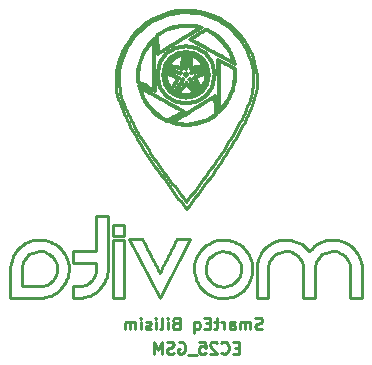
<source format=gbo>
G04 #@! TF.GenerationSoftware,KiCad,Pcbnew,8.0.0-rc1*
G04 #@! TF.CreationDate,2024-10-05T12:40:09+03:00*
G04 #@! TF.ProjectId,EC25_module,45433235-5f6d-46f6-9475-6c652e6b6963,rev?*
G04 #@! TF.SameCoordinates,Original*
G04 #@! TF.FileFunction,Legend,Bot*
G04 #@! TF.FilePolarity,Positive*
%FSLAX46Y46*%
G04 Gerber Fmt 4.6, Leading zero omitted, Abs format (unit mm)*
G04 Created by KiCad (PCBNEW 8.0.0-rc1) date 2024-10-05 12:40:09*
%MOMM*%
%LPD*%
G01*
G04 APERTURE LIST*
G04 Aperture macros list*
%AMRoundRect*
0 Rectangle with rounded corners*
0 $1 Rounding radius*
0 $2 $3 $4 $5 $6 $7 $8 $9 X,Y pos of 4 corners*
0 Add a 4 corners polygon primitive as box body*
4,1,4,$2,$3,$4,$5,$6,$7,$8,$9,$2,$3,0*
0 Add four circle primitives for the rounded corners*
1,1,$1+$1,$2,$3*
1,1,$1+$1,$4,$5*
1,1,$1+$1,$6,$7*
1,1,$1+$1,$8,$9*
0 Add four rect primitives between the rounded corners*
20,1,$1+$1,$2,$3,$4,$5,0*
20,1,$1+$1,$4,$5,$6,$7,0*
20,1,$1+$1,$6,$7,$8,$9,0*
20,1,$1+$1,$8,$9,$2,$3,0*%
G04 Aperture macros list end*
%ADD10C,0.250000*%
%ADD11RoundRect,0.040000X-0.600000X0.625000X-0.600000X-0.625000X0.600000X-0.625000X0.600000X0.625000X0*%
%ADD12RoundRect,0.040000X0.600000X-0.625000X0.600000X0.625000X-0.600000X0.625000X-0.600000X-0.625000X0*%
%ADD13RoundRect,0.040000X0.625000X0.600000X-0.625000X0.600000X-0.625000X-0.600000X0.625000X-0.600000X0*%
%ADD14RoundRect,0.040000X-0.625000X-0.600000X0.625000X-0.600000X0.625000X0.600000X-0.625000X0.600000X0*%
G04 APERTURE END LIST*
D10*
X119261701Y-103308142D02*
X119261701Y-102813056D01*
X129442201Y-104711515D02*
X129215353Y-104593476D01*
X129015606Y-104441786D01*
X128963533Y-104392217D01*
X128223240Y-82848138D02*
X126826337Y-83675907D01*
X121639387Y-105784412D02*
X120670803Y-105784412D01*
X130025740Y-100864990D02*
X129771496Y-100877048D01*
X129496227Y-100919409D01*
X129232293Y-100992204D01*
X129062606Y-101057616D01*
X126833739Y-86192699D02*
X126833739Y-85115478D01*
X141746135Y-105784412D02*
X140766583Y-105784412D01*
X126676926Y-87307347D02*
G75*
G02*
X126496926Y-87307347I-90000J0D01*
G01*
X126496926Y-87307347D02*
G75*
G02*
X126676926Y-87307347I90000J0D01*
G01*
X125106068Y-86415291D02*
X125153279Y-86269991D01*
X119261701Y-102813056D02*
X117280797Y-102813056D01*
X128647606Y-86587810D02*
G75*
G02*
X128141631Y-88145086I-1767706J-286490D01*
G01*
X129595275Y-85124286D02*
X129815750Y-85248264D01*
X130041837Y-85375398D01*
X130301151Y-85521217D01*
X130560687Y-85667160D01*
X130787441Y-85794670D01*
X130861571Y-85836355D01*
X139281114Y-101822674D02*
X139543348Y-101844751D01*
X139790824Y-101911030D01*
X139858855Y-101938096D01*
X130025740Y-105806490D02*
X130306068Y-105791263D01*
X130577776Y-105745558D01*
X130840798Y-105669338D01*
X130983144Y-105613794D01*
X129622408Y-85694859D02*
X129628793Y-85994565D01*
X129634855Y-86279062D01*
X129641614Y-86596298D01*
X129648717Y-86929670D01*
X129655811Y-87262579D01*
X129662540Y-87578420D01*
X129668552Y-87860592D01*
X129674841Y-88155752D01*
X129678870Y-88344839D01*
X132298064Y-104287694D02*
X132391254Y-104029573D01*
X132453907Y-103762752D01*
X132486062Y-103487181D01*
X132490761Y-103330290D01*
X134735837Y-101938096D02*
X134982932Y-101859174D01*
X135242621Y-101824475D01*
X135319097Y-101822674D01*
X127714059Y-88486990D02*
G75*
G02*
X126076655Y-88486990I-818702J1592416D01*
G01*
X130609000Y-101960174D02*
X130836053Y-102078108D01*
X131035685Y-102229753D01*
X131087667Y-102279262D01*
X130403487Y-84760744D02*
X130266876Y-84547006D01*
X130119708Y-84343904D01*
X129908234Y-84090200D01*
X129680810Y-83856738D01*
X129439045Y-83644280D01*
X129184550Y-83453589D01*
X128918935Y-83285428D01*
X128643812Y-83140559D01*
X128503188Y-83077098D01*
X140331863Y-102257114D02*
X140493320Y-102448061D01*
X140620928Y-102664067D01*
X140651160Y-102730401D01*
X126511326Y-86395995D02*
X125275485Y-86087865D01*
X121639387Y-100518024D02*
X120670803Y-100518024D01*
X136370124Y-102257114D02*
X136541694Y-102462657D01*
X136666735Y-102680458D01*
X136689143Y-102730401D01*
X133822379Y-105784412D02*
X132842827Y-105784412D01*
X112977613Y-104804859D02*
X114463431Y-104804859D01*
X129607492Y-90007500D02*
X129589075Y-88383862D01*
X128141620Y-88145075D02*
X127466675Y-87064937D01*
X124389254Y-85153055D02*
X124329957Y-83505282D01*
X130905743Y-86375469D02*
X130655466Y-86242736D01*
X130387914Y-86100841D01*
X130141221Y-85970009D01*
X129900452Y-85842318D01*
X129655643Y-85712485D01*
X129622408Y-85694859D01*
X129322513Y-90213959D02*
X129312324Y-89930846D01*
X129301433Y-89628191D01*
X129291390Y-89349133D01*
X129281589Y-89076776D01*
X129271623Y-88799848D01*
X129270271Y-88762253D01*
X120670803Y-100518024D02*
X120670803Y-99584654D01*
X129528369Y-85534712D02*
X130985031Y-86307246D01*
X128854563Y-86894942D02*
G75*
G02*
X124893103Y-86894942I-1980730J0D01*
G01*
X124893103Y-86894942D02*
G75*
G02*
X128854563Y-86894942I1980730J0D01*
G01*
X140238519Y-101035538D02*
X139980350Y-100942523D01*
X139713459Y-100879950D01*
X139437912Y-100847818D01*
X139281114Y-100843121D01*
X119261701Y-103308142D02*
X119239595Y-103571589D01*
X119173277Y-103822193D01*
X119146209Y-103891402D01*
X139858855Y-101938096D02*
X140082104Y-102055995D01*
X140293126Y-102219741D01*
X140331863Y-102257114D01*
X126419884Y-86270136D02*
X126491892Y-85240372D01*
X126886516Y-85115478D02*
X126886516Y-86192699D01*
X129442201Y-101960174D02*
X129689342Y-101881052D01*
X129949192Y-101846277D01*
X130025740Y-101844472D01*
X134257100Y-102257114D02*
X134449044Y-102095885D01*
X134668185Y-101968327D01*
X134735837Y-101938096D01*
X130983144Y-101057616D02*
X130724976Y-100964561D01*
X130458085Y-100901904D01*
X130182538Y-100869701D01*
X130025740Y-100864990D01*
X137299931Y-101844472D02*
X137118419Y-101625451D01*
X136914887Y-101430529D01*
X136689293Y-101259645D01*
X136473771Y-101129796D01*
X136441600Y-101112743D01*
X125418273Y-86020406D02*
X126419884Y-86270136D01*
X120048487Y-104265546D02*
X120141677Y-104007455D01*
X120204330Y-103740626D01*
X120236485Y-103465037D01*
X120241184Y-103308142D01*
X126726353Y-89956813D02*
X125328988Y-90832052D01*
X126096770Y-100821043D02*
X125975088Y-101055559D01*
X125852638Y-101290880D01*
X125744704Y-101497856D01*
X122842015Y-87435236D02*
X123092291Y-87567969D01*
X123359844Y-87709864D01*
X123606537Y-87840696D01*
X123847306Y-87968387D01*
X124092115Y-88098220D01*
X124125351Y-88115847D01*
X126822474Y-82636253D02*
X126558169Y-82648517D01*
X126298172Y-82676504D01*
X126043187Y-82719726D01*
X125793915Y-82777698D01*
X125551058Y-82849935D01*
X125315319Y-82935951D01*
X125013287Y-83071234D01*
X124726823Y-83228998D01*
X124457590Y-83408094D01*
X124329957Y-83505282D01*
X124480925Y-84991541D02*
X124737285Y-84836157D01*
X124980636Y-84688659D01*
X125251991Y-84524188D01*
X125537149Y-84351350D01*
X125821909Y-84178753D01*
X126092070Y-84015005D01*
X126333432Y-83868712D01*
X126585904Y-83715686D01*
X126747644Y-83617654D01*
X120670803Y-99584654D02*
X121639387Y-99584654D01*
X129678870Y-88344839D02*
X129681739Y-88597765D01*
X129684681Y-88857129D01*
X129688055Y-89154611D01*
X129691433Y-89452347D01*
X129694384Y-89712476D01*
X129695349Y-89797517D01*
X126924859Y-90077887D02*
X129361943Y-88600739D01*
X140766583Y-105784412D02*
X140766583Y-103308142D01*
X131770000Y-105080000D02*
X131947493Y-104879475D01*
X132102320Y-104661518D01*
X132234461Y-104426073D01*
X132298064Y-104287694D01*
X127147493Y-85125423D02*
G75*
G02*
X128472186Y-86087862I-273693J-1769577D01*
G01*
X127614631Y-87113011D02*
X128161655Y-87988433D01*
X126540642Y-89958180D02*
X126277895Y-89813856D01*
X126028483Y-89676857D01*
X125750369Y-89524093D01*
X125458108Y-89363558D01*
X125166255Y-89203247D01*
X124889364Y-89051154D01*
X124641989Y-88915275D01*
X124383228Y-88773141D01*
X124217461Y-88682087D01*
X137784397Y-105784412D02*
X136804845Y-105784412D01*
X115046621Y-104689437D02*
X114799736Y-104768329D01*
X114539974Y-104803054D01*
X114463431Y-104804859D01*
X125153279Y-86269991D02*
X126272883Y-86633773D01*
X132734407Y-88563095D02*
X132653174Y-88864066D01*
X132560438Y-89160528D01*
X132457328Y-89452882D01*
X132344976Y-89741530D01*
X132224511Y-90026873D01*
X132097065Y-90309314D01*
X131963767Y-90589252D01*
X131825750Y-90867091D01*
X127197474Y-100821043D02*
X124633031Y-105773442D01*
X136804845Y-105784412D02*
X136804845Y-103308142D01*
X127549540Y-103330290D02*
X127561564Y-103580013D01*
X127603834Y-103852662D01*
X127676527Y-104116578D01*
X127741887Y-104287694D01*
X120670803Y-105784412D02*
X120670803Y-100843121D01*
X121639387Y-100843121D02*
X121639387Y-105784412D01*
X131770000Y-101586030D02*
X131572043Y-101408528D01*
X131355815Y-101253647D01*
X131121316Y-101121358D01*
X130983144Y-101057616D01*
X131825750Y-90867091D02*
X131642506Y-91222817D01*
X131454228Y-91575232D01*
X131261148Y-91924486D01*
X131063497Y-92270729D01*
X130861506Y-92614112D01*
X130655409Y-92954784D01*
X130445436Y-93292895D01*
X130231821Y-93628597D01*
X130014794Y-93962038D01*
X129794587Y-94293369D01*
X129571434Y-94622740D01*
X129345564Y-94950301D01*
X129117211Y-95276203D01*
X128886606Y-95600595D01*
X128653981Y-95923628D01*
X128419569Y-96245452D01*
X125599315Y-88029370D02*
X126146337Y-87153952D01*
X125871388Y-88427966D02*
X125747789Y-88338166D01*
X130025740Y-104827007D02*
X129762297Y-104804901D01*
X129511503Y-104738583D01*
X129442201Y-104711515D01*
X117764984Y-105784412D02*
X117280797Y-105784412D01*
X130609000Y-104711515D02*
X130361904Y-104790464D01*
X130102215Y-104825202D01*
X130025740Y-104827007D01*
X126886516Y-86192699D02*
X126833739Y-86192699D01*
X129062606Y-101057616D02*
X128820165Y-101177365D01*
X128594324Y-101319692D01*
X128384973Y-101484623D01*
X128275751Y-101586030D01*
X129589075Y-88383862D02*
X129528369Y-85534712D01*
X126836913Y-82735950D02*
X126583505Y-82747389D01*
X126334029Y-82773289D01*
X126008579Y-82829579D01*
X125692682Y-82909803D01*
X125387806Y-83012949D01*
X125095415Y-83138003D01*
X124816976Y-83283951D01*
X124553955Y-83449781D01*
X124428684Y-83539835D01*
X137899820Y-102730401D02*
X138017753Y-102507215D01*
X138181518Y-102295926D01*
X138218908Y-102257114D01*
X121639387Y-99584654D02*
X121639387Y-100518024D01*
X126895357Y-87666870D02*
X126231821Y-88457641D01*
X127741887Y-102367366D02*
X127648916Y-102623660D01*
X127586363Y-102891382D01*
X127554237Y-103170420D01*
X127549540Y-103330290D01*
X126747644Y-83617654D02*
X126965250Y-83488706D01*
X127188395Y-83356476D01*
X127444334Y-83204812D01*
X127700493Y-83053019D01*
X127924296Y-82920399D01*
X127997461Y-82877044D01*
X123829825Y-102097745D02*
X123714800Y-101873412D01*
X123593138Y-101635455D01*
X123477855Y-101409418D01*
X123444502Y-101343936D01*
X129062606Y-105613794D02*
X129319015Y-105706983D01*
X129586721Y-105769636D01*
X129865780Y-105801791D01*
X130025740Y-105806490D01*
X128644445Y-102752480D02*
X128762379Y-102529328D01*
X128926143Y-102318058D01*
X128963533Y-102279262D01*
X127086384Y-83849561D02*
X128483748Y-82974322D01*
X129695349Y-89797517D02*
X129867807Y-89613138D01*
X130030287Y-89417456D01*
X130182151Y-89210560D01*
X130322761Y-88992541D01*
X130397813Y-88863000D01*
X131406755Y-103913480D02*
X131288821Y-104140562D01*
X131137176Y-104340232D01*
X131087667Y-104392217D01*
X127319038Y-87439503D02*
X127952213Y-88310993D01*
X126833739Y-85115478D02*
X126886516Y-85115478D01*
X140651160Y-102730401D02*
X140730081Y-102973795D01*
X140764781Y-103231777D01*
X140766583Y-103308142D01*
X127466675Y-87064937D02*
X128647606Y-86587810D01*
X116746934Y-104265546D02*
X116840123Y-104007455D01*
X116902776Y-103740626D01*
X116934931Y-103465037D01*
X116939630Y-103308142D01*
X121732451Y-89685794D02*
X121604458Y-89373940D01*
X121490311Y-89060547D01*
X121391289Y-88745315D01*
X121308674Y-88427943D01*
X121243746Y-88108129D01*
X121197786Y-87785573D01*
X121172075Y-87459973D01*
X121167893Y-87131030D01*
X121186522Y-86798442D01*
X121229243Y-86461908D01*
X121271740Y-86235212D01*
X129344298Y-86894942D02*
G75*
G02*
X124403368Y-86894942I-2470465J0D01*
G01*
X124403368Y-86894942D02*
G75*
G02*
X129344298Y-86894942I2470465J0D01*
G01*
X130861571Y-85836355D02*
X130788123Y-85594811D01*
X130699897Y-85356258D01*
X130596652Y-85121292D01*
X130478147Y-84890511D01*
X130403487Y-84760744D01*
X115844656Y-102730401D02*
X115923605Y-102973795D01*
X115958343Y-103231777D01*
X115960148Y-103308142D01*
X116746934Y-102345288D02*
X116626912Y-102103254D01*
X116483323Y-101878672D01*
X116316176Y-101671487D01*
X116213141Y-101563882D01*
X127023833Y-86894942D02*
G75*
G02*
X126723833Y-86894942I-150000J0D01*
G01*
X126723833Y-86894942D02*
G75*
G02*
X127023833Y-86894942I150000J0D01*
G01*
X116939630Y-103308142D02*
X116927599Y-103054089D01*
X116885282Y-102778904D01*
X116812455Y-102514978D01*
X116746934Y-102345288D01*
X125753735Y-90876751D02*
X125999641Y-90933915D01*
X126250347Y-90976785D01*
X126505456Y-91004855D01*
X126764571Y-91017618D01*
X126914283Y-91017844D01*
X127003552Y-90136141D02*
X126785946Y-90265088D01*
X126562801Y-90397318D01*
X126306862Y-90548981D01*
X126050703Y-90700774D01*
X125826899Y-90833395D01*
X125753735Y-90876751D01*
X128472181Y-86087865D02*
X127236340Y-86395995D01*
X126600173Y-85125423D02*
X126511326Y-86395995D01*
X128571739Y-86726314D02*
X127614631Y-87113011D01*
X126439742Y-87385774D02*
X126563341Y-87475574D01*
X132277657Y-84838011D02*
X132426034Y-85172339D01*
X132555407Y-85509748D01*
X132664793Y-85850238D01*
X132753212Y-86193810D01*
X132819682Y-86540464D01*
X132863223Y-86890201D01*
X132882853Y-87243022D01*
X132877591Y-87598927D01*
X132846457Y-87957918D01*
X132788469Y-88319995D01*
X132734407Y-88563095D01*
X121271740Y-86235212D02*
X121383968Y-85789917D01*
X121528164Y-85358832D01*
X121702841Y-84943431D01*
X121906511Y-84545189D01*
X122137689Y-84165580D01*
X122394889Y-83806079D01*
X122676623Y-83468160D01*
X122981407Y-83153297D01*
X123307752Y-82862966D01*
X123654173Y-82598640D01*
X124019184Y-82361794D01*
X124401298Y-82153903D01*
X124799029Y-81976442D01*
X125210890Y-81830883D01*
X125635396Y-81718703D01*
X126071059Y-81641376D01*
X124140267Y-83803205D02*
X123950650Y-83984133D01*
X123771253Y-84177482D01*
X123602801Y-84383149D01*
X123446019Y-84601030D01*
X123301633Y-84831023D01*
X123256385Y-84910362D01*
X125744704Y-101497856D02*
X125620899Y-101736340D01*
X125497117Y-101976900D01*
X125373217Y-102219522D01*
X125348411Y-102268293D01*
X125185381Y-86332995D02*
X126209879Y-86665875D01*
X128529023Y-103330290D02*
X128551122Y-103068114D01*
X128617399Y-102820522D01*
X128644445Y-102752480D01*
X141746135Y-103308142D02*
X141734104Y-103054089D01*
X141691787Y-102778904D01*
X141618960Y-102514978D01*
X141553439Y-102345288D01*
X113093315Y-102730401D02*
X113211248Y-102507215D01*
X113375013Y-102295926D01*
X113412403Y-102257114D01*
X133822379Y-103308142D02*
X133822379Y-105784412D01*
X118722388Y-105591715D02*
X118967572Y-105471698D01*
X119195237Y-105328141D01*
X119405440Y-105161083D01*
X119514694Y-105058131D01*
X135319097Y-101822674D02*
X135581421Y-101844751D01*
X135828886Y-101911030D01*
X135896837Y-101938096D01*
X124068888Y-85465867D02*
X124066019Y-85212940D01*
X124063077Y-84953576D01*
X124059702Y-84656094D01*
X124056325Y-84358357D01*
X124053374Y-84098228D01*
X124052410Y-84013188D01*
X127242602Y-87295089D02*
G75*
G02*
X127112602Y-87295089I-65000J0D01*
G01*
X127112602Y-87295089D02*
G75*
G02*
X127242602Y-87295089I65000J0D01*
G01*
X130397813Y-88863000D02*
X130514609Y-88637823D01*
X130616917Y-88408820D01*
X130730895Y-88098827D01*
X130819367Y-87785140D01*
X130882478Y-87469537D01*
X130920373Y-87153792D01*
X130933198Y-86839682D01*
X130921096Y-86528984D01*
X130905743Y-86375469D01*
X128773833Y-86894942D02*
G75*
G02*
X124973833Y-86894942I-1900000J0D01*
G01*
X124973833Y-86894942D02*
G75*
G02*
X128773833Y-86894942I1900000J0D01*
G01*
X124217461Y-88682087D02*
X123996985Y-88558108D01*
X123770898Y-88430974D01*
X123511584Y-88285156D01*
X123252048Y-88139212D01*
X123025294Y-88011703D01*
X122951165Y-87970019D01*
X127327782Y-86270136D02*
X128329397Y-86020405D01*
X115420835Y-105591715D02*
X115666066Y-105471698D01*
X115893800Y-105328141D01*
X116103980Y-105161083D01*
X116213141Y-105058131D01*
X136689143Y-102730401D02*
X136768294Y-102973795D01*
X136803042Y-103231777D01*
X136804845Y-103308142D01*
X117280797Y-105784412D02*
X117280797Y-104804859D01*
X121639387Y-100843121D02*
X121639387Y-105784412D01*
X126209879Y-86665875D02*
X126193570Y-86716068D01*
X133035524Y-102345288D02*
X132942455Y-102601702D01*
X132879770Y-102869382D01*
X132847542Y-103148317D01*
X132842827Y-103308142D01*
X123349946Y-84947705D02*
X123233149Y-85172882D01*
X123130841Y-85401884D01*
X123016863Y-85711878D01*
X122928391Y-86025564D01*
X122865280Y-86341168D01*
X122827384Y-86656913D01*
X122814560Y-86971022D01*
X122826661Y-87281721D01*
X122842015Y-87435236D01*
X131087667Y-102279262D02*
X131259161Y-102484771D01*
X131384324Y-102702553D01*
X131406755Y-102752480D01*
X120670803Y-100843121D02*
X121639387Y-100843121D01*
X119146209Y-103891402D02*
X119028170Y-104118572D01*
X118876480Y-104318099D01*
X118826911Y-104370069D01*
X126272883Y-86633773D02*
X126225672Y-86779072D01*
X128571738Y-86726314D02*
G75*
G02*
X128161661Y-87988438I-1786938J-117086D01*
G01*
X127741887Y-104287694D02*
X127862079Y-104532878D01*
X128005716Y-104760543D01*
X128172797Y-104970746D01*
X128275751Y-105080000D01*
X126953540Y-86392660D02*
G75*
G02*
X126773540Y-86392660I-90000J0D01*
G01*
X126773540Y-86392660D02*
G75*
G02*
X126953540Y-86392660I90000J0D01*
G01*
X132435355Y-88423764D02*
X132357990Y-88710403D01*
X132269670Y-88992747D01*
X132171470Y-89271180D01*
X132064468Y-89546083D01*
X131949740Y-89817839D01*
X131828363Y-90086829D01*
X131701413Y-90353438D01*
X131569968Y-90618046D01*
X126457953Y-86749517D02*
G75*
G02*
X126327953Y-86749517I-65000J0D01*
G01*
X126327953Y-86749517D02*
G75*
G02*
X126457953Y-86749517I65000J0D01*
G01*
X138697575Y-101938096D02*
X138944810Y-101859174D01*
X139204558Y-101824475D01*
X139281114Y-101822674D01*
X138218908Y-102257114D02*
X138410885Y-102095885D01*
X138630004Y-101968327D01*
X138697575Y-101938096D01*
X131087667Y-104392217D02*
X130895895Y-104553585D01*
X130676662Y-104681202D01*
X130609000Y-104711515D01*
X130999493Y-86017432D02*
X129584173Y-85221563D01*
X123330128Y-89107984D02*
X123472902Y-89330746D01*
X123627137Y-89541916D01*
X123792061Y-89741128D01*
X123966903Y-89928018D01*
X124150890Y-90102220D01*
X124343251Y-90263367D01*
X124611425Y-90457293D01*
X124891286Y-90626496D01*
X125181004Y-90770111D01*
X125328988Y-90832052D01*
X122813243Y-87788941D02*
X124228563Y-88584810D01*
X125619349Y-88186015D02*
G75*
G02*
X125113411Y-86628759I1261651J1270715D01*
G01*
X124228563Y-88584810D02*
X126726353Y-89956813D01*
X125599316Y-88029369D02*
G75*
G02*
X125189267Y-86767256I1377084J1145069D01*
G01*
X122951165Y-87970019D02*
X123024612Y-88211561D01*
X123112838Y-88450114D01*
X123216083Y-88685080D01*
X123334588Y-88915862D01*
X123409249Y-89045629D01*
X126225672Y-86779072D02*
X125106068Y-86415291D01*
X117280797Y-102813056D02*
X117280797Y-101833573D01*
X128585917Y-86243923D02*
X128633128Y-86389222D01*
X126096770Y-100821043D02*
X127197474Y-100821043D01*
X126482953Y-86749517D02*
G75*
G02*
X126302953Y-86749517I-90000J0D01*
G01*
X126302953Y-86749517D02*
G75*
G02*
X126482953Y-86749517I90000J0D01*
G01*
X127466313Y-86607704D02*
X128585917Y-86243923D01*
X112977613Y-103308142D02*
X112977613Y-104804859D01*
X113412403Y-102257114D02*
X113617911Y-102085655D01*
X113835693Y-101960510D01*
X113885620Y-101938096D01*
X127952213Y-88310993D02*
X127909515Y-88342015D01*
X126051895Y-81441587D02*
X126539006Y-81395418D01*
X127021344Y-81388041D01*
X127497133Y-81418527D01*
X127964594Y-81485949D01*
X128421951Y-81589377D01*
X128867426Y-81727883D01*
X129299242Y-81900539D01*
X129715621Y-82106417D01*
X130114786Y-82344588D01*
X130494960Y-82614124D01*
X130854365Y-82914097D01*
X131191225Y-83243577D01*
X131503761Y-83601637D01*
X131790197Y-83987348D01*
X132048754Y-84399782D01*
X132277657Y-84838011D01*
X118826911Y-104370069D02*
X118635082Y-104531562D01*
X118415836Y-104659184D01*
X118348174Y-104689437D01*
X132298064Y-102367366D02*
X132178534Y-102125364D01*
X132036308Y-101900786D01*
X131871404Y-101693612D01*
X131770000Y-101586030D01*
X123256385Y-84910362D02*
X123134854Y-85145389D01*
X123029093Y-85384545D01*
X122939032Y-85626980D01*
X122864601Y-85871842D01*
X122805732Y-86118281D01*
X122762354Y-86365444D01*
X122728497Y-86694653D01*
X122721893Y-87021621D01*
X122742378Y-87344331D01*
X122762728Y-87503460D01*
X122813243Y-87788941D02*
X122875123Y-88043618D01*
X122952870Y-88295655D01*
X123046756Y-88544372D01*
X123157056Y-88789090D01*
X123284043Y-89029128D01*
X123330128Y-89107984D01*
X120241184Y-98862007D02*
X120241184Y-103308142D01*
X125860326Y-88358126D02*
X125817629Y-88327105D01*
X117280797Y-104804859D02*
X117764984Y-104804859D01*
X124253437Y-102917579D02*
X124133206Y-102685928D01*
X124013843Y-102455136D01*
X123895319Y-102225165D01*
X123829825Y-102097745D01*
X129607492Y-90007500D02*
X129797108Y-89826571D01*
X129976505Y-89633222D01*
X130144957Y-89427555D01*
X130301739Y-89209674D01*
X130446125Y-88979681D01*
X130491374Y-88900343D01*
X116213141Y-105058131D02*
X116393371Y-104857564D01*
X116550049Y-104639512D01*
X116683165Y-104403967D01*
X116746934Y-104265546D01*
X126076654Y-88486991D02*
X126895357Y-87511300D01*
X125527956Y-90905656D02*
X125779453Y-90979404D01*
X126036597Y-91038092D01*
X126298935Y-91081142D01*
X126566017Y-91107978D01*
X126837390Y-91118024D01*
X126928723Y-91117542D01*
X126936516Y-86242699D02*
X126783739Y-86242699D01*
X126928723Y-91117542D02*
X127193027Y-91105276D01*
X127453024Y-91077290D01*
X127708009Y-91034068D01*
X127957281Y-90976096D01*
X128200138Y-90903859D01*
X128435876Y-90817843D01*
X128737908Y-90682560D01*
X129024373Y-90524795D01*
X129293605Y-90345699D01*
X129421240Y-90248512D01*
X141746135Y-103308142D02*
X141746135Y-105784412D01*
X129361943Y-88600739D02*
X129421240Y-90248512D01*
X130025740Y-101844472D02*
X130288981Y-101866595D01*
X130539700Y-101933036D01*
X130609000Y-101960174D01*
X127558890Y-88457637D02*
G75*
G02*
X126231834Y-88457607I-663490J1663137D01*
G01*
X135896837Y-101938096D02*
X136120200Y-102055995D01*
X136331380Y-102219741D01*
X136370124Y-102257114D01*
X126294293Y-87105878D02*
X125619349Y-88186015D01*
X127997461Y-82877044D02*
X127751555Y-82819879D01*
X127500849Y-82777008D01*
X127245740Y-82748938D01*
X126986624Y-82736175D01*
X126836913Y-82735950D01*
X114463431Y-105784412D02*
X111998340Y-105784412D01*
X133822379Y-103308142D02*
X133844502Y-103046023D01*
X133910943Y-102798443D01*
X133938081Y-102730401D01*
X131522457Y-103330290D02*
X131500333Y-103593590D01*
X131433892Y-103844192D01*
X131406755Y-103913480D01*
X125418273Y-86020406D02*
G75*
G02*
X126491890Y-85240364I1514327J-955394D01*
G01*
X131569968Y-90618046D02*
X131395450Y-90956832D01*
X131216138Y-91292465D01*
X131032252Y-91625088D01*
X130844012Y-91954844D01*
X130651640Y-92281875D01*
X130455357Y-92606324D01*
X130255384Y-92928336D01*
X130051940Y-93248051D01*
X129845248Y-93565614D01*
X129635527Y-93881168D01*
X129423000Y-94194855D01*
X129207886Y-94506818D01*
X128990407Y-94817201D01*
X128770783Y-95126146D01*
X128549236Y-95433796D01*
X128325986Y-95740295D01*
X118348174Y-104689437D02*
X118101289Y-104768329D01*
X117841527Y-104803054D01*
X117764984Y-104804859D01*
X121012611Y-86265115D02*
X121130451Y-85797555D01*
X121281856Y-85344916D01*
X121465266Y-84908746D01*
X121679120Y-84490592D01*
X121921857Y-84092002D01*
X122191917Y-83714526D01*
X122487738Y-83359711D01*
X122807760Y-83029105D01*
X123150423Y-82724257D01*
X123514165Y-82446715D01*
X123897427Y-82198027D01*
X124298646Y-81979741D01*
X124716264Y-81793406D01*
X125148718Y-81640570D01*
X125594448Y-81522781D01*
X126051895Y-81441587D01*
X137784397Y-103308142D02*
X137806497Y-103046023D01*
X137872774Y-102798443D01*
X137899820Y-102730401D01*
X121496357Y-89888226D02*
X121361965Y-89560779D01*
X121242110Y-89231717D01*
X121138137Y-88900724D01*
X121051391Y-88567483D01*
X120983217Y-88231678D01*
X120934959Y-87892994D01*
X120907962Y-87551115D01*
X120903572Y-87205724D01*
X120923132Y-86856507D01*
X120967989Y-86503146D01*
X121012611Y-86265115D01*
X128503188Y-83077098D02*
X128263099Y-83227477D01*
X128006438Y-83388237D01*
X127769788Y-83536463D01*
X127538819Y-83681130D01*
X127303976Y-83828224D01*
X127272094Y-83848194D01*
X115960148Y-103308142D02*
X115938041Y-103571589D01*
X115871724Y-103822193D01*
X115844656Y-103891402D01*
X127909515Y-88342015D02*
X127276341Y-87470524D01*
X115046621Y-101938096D02*
X115273819Y-102055995D01*
X115473385Y-102207625D01*
X115525358Y-102257114D01*
X114463431Y-100843121D02*
X114209298Y-100855147D01*
X113934019Y-100897426D01*
X113670094Y-100970146D01*
X113500507Y-101035538D01*
X124957848Y-103022171D02*
X124832631Y-103260084D01*
X124712212Y-103492956D01*
X124633031Y-103649309D01*
X129248170Y-86894942D02*
G75*
G02*
X124499496Y-86894942I-2374337J0D01*
G01*
X124499496Y-86894942D02*
G75*
G02*
X129248170Y-86894942I2374337J0D01*
G01*
X127272094Y-83848194D02*
X127534840Y-83992516D01*
X127784252Y-84129515D01*
X128062366Y-84282279D01*
X128354627Y-84442814D01*
X128646480Y-84603126D01*
X128923371Y-84755218D01*
X129170746Y-84891097D01*
X129429507Y-85033231D01*
X129595275Y-85124286D01*
X115844656Y-103891402D02*
X115726616Y-104118572D01*
X115574927Y-104318099D01*
X115525358Y-104370069D01*
X114463431Y-101822674D02*
X114726820Y-101844751D01*
X114977413Y-101911030D01*
X115046621Y-101938096D01*
X126928540Y-86392660D02*
G75*
G02*
X126798540Y-86392660I-65000J0D01*
G01*
X126798540Y-86392660D02*
G75*
G02*
X126928540Y-86392660I65000J0D01*
G01*
X127558890Y-88457638D02*
X126895357Y-87666870D01*
X126895357Y-87511300D02*
X127714059Y-88486991D01*
X127255774Y-85240376D02*
G75*
G02*
X128329395Y-86020406I-440974J-1735824D01*
G01*
X124219390Y-88275993D02*
X122762728Y-87503460D01*
X126563341Y-87475574D02*
X125871388Y-88427966D01*
X141025375Y-101563882D02*
X140827387Y-101386393D01*
X140611167Y-101231540D01*
X140376686Y-101099275D01*
X140238519Y-101035538D01*
X127413493Y-86730409D02*
G75*
G02*
X127283493Y-86730409I-65000J0D01*
G01*
X127283493Y-86730409D02*
G75*
G02*
X127413493Y-86730409I65000J0D01*
G01*
X126193570Y-86716068D02*
X125169072Y-86383189D01*
X139281114Y-100843121D02*
X139016387Y-100856012D01*
X138761691Y-100894698D01*
X138517024Y-100959196D01*
X138282387Y-101049523D01*
X138152812Y-101112743D01*
X128570124Y-86357120D02*
X127545626Y-86690000D01*
X126493501Y-87486636D02*
X125860326Y-88358126D01*
X126914283Y-91017844D02*
X127167690Y-91006404D01*
X127417166Y-90980504D01*
X127742617Y-90924215D01*
X128058513Y-90843990D01*
X128363390Y-90740845D01*
X128655780Y-90615791D01*
X128934220Y-90469842D01*
X129197241Y-90304012D01*
X129322513Y-90213959D01*
X124052410Y-84013188D02*
X123879951Y-84197566D01*
X123717471Y-84393249D01*
X123565607Y-84600144D01*
X123424997Y-84818163D01*
X123349946Y-84947705D01*
X124633031Y-105773442D02*
X122058037Y-100821043D01*
X131406755Y-102752480D02*
X131485877Y-102995879D01*
X131520652Y-103253902D01*
X131522457Y-103330290D01*
X130482608Y-84698390D02*
X130339833Y-84475627D01*
X130185598Y-84264457D01*
X130020674Y-84065244D01*
X129845832Y-83878355D01*
X129661845Y-83704153D01*
X129469484Y-83543005D01*
X129201310Y-83349079D01*
X128921449Y-83179876D01*
X128631731Y-83036262D01*
X128483748Y-82974322D01*
X117764984Y-105784412D02*
X118014707Y-105772381D01*
X118287355Y-105730064D01*
X118551272Y-105657236D01*
X118722388Y-105591715D01*
X121639387Y-105784412D02*
X120670803Y-105784412D01*
X124633031Y-103649309D02*
X124513735Y-103418943D01*
X124395097Y-103190263D01*
X124266797Y-102943282D01*
X124253437Y-102917579D01*
X127051499Y-86894942D02*
G75*
G02*
X126696167Y-86894942I-177666J0D01*
G01*
X126696167Y-86894942D02*
G75*
G02*
X127051499Y-86894942I177666J0D01*
G01*
X125527956Y-90905656D02*
X126924859Y-90077887D01*
X115525358Y-104370069D02*
X115333648Y-104531562D01*
X115114366Y-104659184D01*
X115046621Y-104689437D01*
X127438493Y-86730409D02*
G75*
G02*
X127258493Y-86730409I-90000J0D01*
G01*
X127258493Y-86730409D02*
G75*
G02*
X127438493Y-86730409I90000J0D01*
G01*
X126880272Y-97651820D02*
X126759959Y-97508520D01*
X127545626Y-86690000D02*
X127529317Y-86639806D01*
X128644445Y-103913480D02*
X128565552Y-103666480D01*
X128530827Y-103406822D01*
X128529023Y-103330290D01*
X124125351Y-88115847D02*
X124118965Y-87816140D01*
X124112903Y-87531643D01*
X124106143Y-87214407D01*
X124099040Y-86881034D01*
X124091947Y-86548126D01*
X124085217Y-86232285D01*
X124079205Y-85950113D01*
X124072916Y-85654953D01*
X124068888Y-85465867D01*
X127330099Y-87369663D02*
X128022053Y-88322055D01*
X128633128Y-86389222D02*
X127513524Y-86753003D01*
X128223240Y-82848138D02*
X127971743Y-82774389D01*
X127714599Y-82715702D01*
X127452261Y-82672651D01*
X127185179Y-82645815D01*
X126913806Y-82635770D01*
X126822474Y-82636253D01*
X119261701Y-101833573D02*
X119261701Y-98862007D01*
X128275751Y-105080000D02*
X128475990Y-105260231D01*
X128692655Y-105416909D01*
X128925860Y-105550025D01*
X129062606Y-105613794D01*
X120670803Y-100843121D02*
X121639387Y-100843121D01*
X125275485Y-86087865D02*
G75*
G02*
X126600175Y-85125437I1598515J-807335D01*
G01*
X127276341Y-87470524D02*
X127319038Y-87439503D01*
X127236340Y-86395995D02*
X127147493Y-85125423D01*
X129584173Y-85221563D02*
X127086384Y-83849561D01*
X124026365Y-93752614D02*
X123861442Y-93511771D01*
X123698961Y-93269341D01*
X123539014Y-93025284D01*
X123381693Y-92779558D01*
X123227091Y-92532123D01*
X123075301Y-92282937D01*
X122926415Y-92031960D01*
X122780527Y-91779150D01*
X122637729Y-91524467D01*
X122498113Y-91267869D01*
X122361773Y-91009317D01*
X122228801Y-90748768D01*
X122099290Y-90486183D01*
X121973333Y-90221519D01*
X121851022Y-89954736D01*
X121732451Y-89685794D01*
X141553439Y-102345288D02*
X141433878Y-102103254D01*
X141291660Y-101878672D01*
X141126775Y-101671487D01*
X141025375Y-101563882D01*
X112190757Y-102345288D02*
X112097742Y-102601702D01*
X112035169Y-102869382D01*
X112003037Y-103148317D01*
X111998340Y-103308142D01*
X127529317Y-86639806D02*
X128553815Y-86306926D01*
X133569387Y-101563882D02*
X133389281Y-101761425D01*
X133232619Y-101976335D01*
X133099403Y-102208666D01*
X133035524Y-102345288D01*
X120670803Y-105784412D02*
X120670803Y-100843121D01*
X123444502Y-101343936D02*
X123323395Y-101107821D01*
X123202210Y-100880211D01*
X123169361Y-100821043D01*
X124158684Y-85426843D02*
X124219390Y-88275993D01*
X126450804Y-87455614D02*
X126493501Y-87486636D01*
X127898454Y-88411855D02*
X127206500Y-87459463D01*
X128553815Y-86306926D02*
X128570124Y-86357120D01*
X138152812Y-101112743D02*
X137937137Y-101239972D01*
X137710637Y-101407855D01*
X137505417Y-101599769D01*
X137321437Y-101815774D01*
X137299931Y-101844472D01*
X127255774Y-85240376D02*
X127327782Y-86270136D01*
X136441600Y-101112743D02*
X136211175Y-101007647D01*
X135972274Y-100928392D01*
X135724905Y-100874958D01*
X135469078Y-100847330D01*
X135319097Y-100843121D01*
X125348411Y-102268293D02*
X125225299Y-102509767D01*
X125103157Y-102745910D01*
X124981971Y-102976669D01*
X124957848Y-103022171D01*
X128963533Y-102279262D02*
X129155511Y-102117998D01*
X129374630Y-101990425D01*
X129442201Y-101960174D01*
X126071059Y-81641376D02*
X126534974Y-81597405D01*
X126994344Y-81590379D01*
X127447476Y-81619414D01*
X127892677Y-81683625D01*
X128328255Y-81782128D01*
X128752517Y-81914039D01*
X129163770Y-82078473D01*
X129560321Y-82274548D01*
X129940478Y-82501377D01*
X130302549Y-82758078D01*
X130644840Y-83043766D01*
X130965658Y-83357556D01*
X131263312Y-83698566D01*
X131536108Y-84065910D01*
X131782353Y-84458704D01*
X132000356Y-84876065D01*
X126783739Y-86242699D02*
X126783739Y-85065478D01*
X126651926Y-87307347D02*
G75*
G02*
X126521926Y-87307347I-65000J0D01*
G01*
X126521926Y-87307347D02*
G75*
G02*
X126651926Y-87307347I65000J0D01*
G01*
X115420835Y-101035538D02*
X115162714Y-100942523D01*
X114895892Y-100879950D01*
X114620322Y-100847818D01*
X114463431Y-100843121D01*
X112977613Y-103308142D02*
X112999826Y-103046023D01*
X113066257Y-102798443D01*
X113093315Y-102730401D01*
X115525358Y-102257114D02*
X115686725Y-102448061D01*
X115814343Y-102664067D01*
X115844656Y-102730401D01*
X126759959Y-97508520D02*
X126588362Y-97274345D01*
X126416302Y-97040493D01*
X126243901Y-96806878D01*
X126071278Y-96573414D01*
X125898553Y-96340017D01*
X125725848Y-96106601D01*
X125553283Y-95873080D01*
X125380979Y-95639370D01*
X125209054Y-95405385D01*
X125037631Y-95171039D01*
X124866830Y-94936247D01*
X124696771Y-94700924D01*
X124527574Y-94464984D01*
X124359361Y-94228343D01*
X124192251Y-93990915D01*
X124026365Y-93752614D01*
X132490761Y-103330290D02*
X132478730Y-103076157D01*
X132436413Y-102800878D01*
X132363585Y-102536953D01*
X132298064Y-102367366D01*
X123409249Y-89045629D02*
X123545859Y-89259366D01*
X123693027Y-89462468D01*
X123904501Y-89716172D01*
X124131925Y-89949634D01*
X124373690Y-90162092D01*
X124628185Y-90352783D01*
X124893800Y-90520944D01*
X125168923Y-90665813D01*
X125309548Y-90729275D01*
X116213141Y-101563882D02*
X116012737Y-101386393D01*
X115794749Y-101231540D01*
X115559231Y-101099275D01*
X115420835Y-101035538D01*
X130491374Y-88900343D02*
X130612904Y-88665315D01*
X130718665Y-88426159D01*
X130808726Y-88183724D01*
X130883157Y-87938862D01*
X130942026Y-87692424D01*
X130985404Y-87445261D01*
X131019261Y-87116052D01*
X131025865Y-86789084D01*
X131005380Y-86466374D01*
X130985031Y-86307246D01*
X129270271Y-88762253D02*
X129013910Y-88917636D01*
X128770559Y-89065134D01*
X128499205Y-89229606D01*
X128214047Y-89402444D01*
X127929287Y-89575041D01*
X127659125Y-89738789D01*
X127417763Y-89885082D01*
X127165291Y-90038108D01*
X127003552Y-90136141D01*
X128275751Y-101586030D02*
X128095645Y-101783542D01*
X127938983Y-101998448D01*
X127805766Y-102230768D01*
X127741887Y-102367366D01*
X119261701Y-98862007D02*
X120241184Y-98862007D01*
X124428684Y-83539835D02*
X124438871Y-83822947D01*
X124449763Y-84125602D01*
X124459805Y-84404660D01*
X124469606Y-84677018D01*
X124479572Y-84953945D01*
X124480925Y-84991541D01*
X135319097Y-100843121D02*
X135064964Y-100855147D01*
X134789685Y-100897426D01*
X134525760Y-100970146D01*
X134356173Y-101035538D01*
X112719170Y-101563882D02*
X112541668Y-101761425D01*
X112386787Y-101976335D01*
X112254498Y-102208666D01*
X112190757Y-102345288D01*
X126775241Y-98102089D02*
X126595064Y-97856205D01*
X126414401Y-97610660D01*
X126233379Y-97365364D01*
X126052125Y-97120228D01*
X125870764Y-96875161D01*
X125689424Y-96630073D01*
X125508231Y-96384877D01*
X125327311Y-96139481D01*
X125146790Y-95893796D01*
X124966796Y-95647733D01*
X124787455Y-95401202D01*
X124608893Y-95154112D01*
X124431237Y-94906376D01*
X124254612Y-94657903D01*
X124079147Y-94408603D01*
X123904967Y-94158387D01*
X127206500Y-87459463D02*
X127330099Y-87369663D01*
X130983144Y-105613794D02*
X131227793Y-105493771D01*
X131454172Y-105350182D01*
X131662279Y-105183035D01*
X131770000Y-105080000D01*
X126146337Y-87153952D02*
X125189225Y-86767253D01*
X119514694Y-105058131D02*
X119694925Y-104857564D01*
X119851603Y-104639512D01*
X119984718Y-104403967D01*
X120048487Y-104265546D01*
X128963533Y-104392217D02*
X128802269Y-104200417D01*
X128674696Y-103981145D01*
X128644445Y-103913480D01*
X125747789Y-88338166D02*
X126439742Y-87385774D01*
X126783739Y-85065478D02*
X126936516Y-85065478D01*
X125169072Y-86383189D02*
X125185381Y-86332995D01*
X127513524Y-86753003D02*
X127466313Y-86607704D01*
X128419569Y-96245452D02*
X128234582Y-96496086D01*
X128047927Y-96745810D01*
X127859756Y-96995114D01*
X127670225Y-97244490D01*
X127479487Y-97494431D01*
X127287696Y-97745427D01*
X127095005Y-97997970D01*
X126901570Y-98252553D01*
X111998340Y-105784412D02*
X111998340Y-103308142D01*
X126826337Y-83675907D02*
X124389254Y-85153055D01*
X113500507Y-101035538D02*
X113258504Y-101155274D01*
X113033926Y-101297572D01*
X112826752Y-101462480D01*
X112719170Y-101563882D01*
X128325986Y-95740295D02*
X128149808Y-95978995D01*
X127972041Y-96216827D01*
X127792831Y-96454259D01*
X127612325Y-96691760D01*
X127430670Y-96929799D01*
X127248011Y-97168842D01*
X127064496Y-97409360D01*
X126880272Y-97651820D01*
X117280797Y-101833573D02*
X119261701Y-101833573D01*
X133938081Y-102730401D02*
X134056009Y-102507215D01*
X134219728Y-102295926D01*
X134257100Y-102257114D01*
X132842827Y-105784412D02*
X132842827Y-103308142D01*
X134356173Y-101035538D02*
X134113727Y-101155274D01*
X133887839Y-101297572D01*
X133678516Y-101462480D01*
X133569387Y-101563882D01*
X124140267Y-83803205D02*
X124158684Y-85426843D01*
X125309548Y-90729275D02*
X125549636Y-90578895D01*
X125806297Y-90418135D01*
X126042947Y-90269910D01*
X126273916Y-90125243D01*
X126508759Y-89978149D01*
X126540642Y-89958180D01*
X125817629Y-88327105D02*
X126450804Y-87455614D01*
X126936516Y-85065478D02*
X126936516Y-86242699D01*
X113885620Y-101938096D02*
X114129020Y-101859174D01*
X114387043Y-101824475D01*
X114463431Y-101822674D01*
X123904967Y-94158387D02*
X123731798Y-93905502D01*
X123561193Y-93650951D01*
X123393248Y-93394691D01*
X123228061Y-93136679D01*
X123065729Y-92876872D01*
X122906349Y-92615227D01*
X122750019Y-92351701D01*
X122596836Y-92086251D01*
X122446898Y-91818833D01*
X122300302Y-91549406D01*
X122157145Y-91277926D01*
X122017525Y-91004350D01*
X121881538Y-90728635D01*
X121749283Y-90450737D01*
X121620857Y-90170615D01*
X121496357Y-89888226D01*
X132000356Y-84876065D02*
X132141668Y-85194473D01*
X132264879Y-85515815D01*
X132369057Y-85840091D01*
X132453265Y-86167302D01*
X132516570Y-86497449D01*
X132558037Y-86830532D01*
X132576732Y-87166552D01*
X132571721Y-87505509D01*
X132542069Y-87847405D01*
X132486842Y-88192240D01*
X132435355Y-88423764D01*
X126901570Y-98252553D02*
X126775241Y-98102089D01*
X130999493Y-86017432D02*
X130937612Y-85762755D01*
X130859865Y-85510718D01*
X130765979Y-85262001D01*
X130655679Y-85017283D01*
X130528692Y-84777245D01*
X130482608Y-84698390D01*
X137784397Y-103308142D02*
X137784397Y-105784412D01*
X125113363Y-86628751D02*
X126294293Y-87105878D01*
X114463431Y-105784412D02*
X114713154Y-105772381D01*
X114985802Y-105730064D01*
X115249719Y-105657236D01*
X115420835Y-105591715D01*
X127267602Y-87295089D02*
G75*
G02*
X127087602Y-87295089I-90000J0D01*
G01*
X127087602Y-87295089D02*
G75*
G02*
X127267602Y-87295089I90000J0D01*
G01*
X122058037Y-100821043D02*
X123169361Y-100821043D01*
X128022053Y-88322055D02*
X127898454Y-88411855D01*
X133325050Y-108407000D02*
X133182193Y-108454619D01*
X133182193Y-108454619D02*
X132944098Y-108454619D01*
X132944098Y-108454619D02*
X132848860Y-108407000D01*
X132848860Y-108407000D02*
X132801241Y-108359380D01*
X132801241Y-108359380D02*
X132753622Y-108264142D01*
X132753622Y-108264142D02*
X132753622Y-108168904D01*
X132753622Y-108168904D02*
X132801241Y-108073666D01*
X132801241Y-108073666D02*
X132848860Y-108026047D01*
X132848860Y-108026047D02*
X132944098Y-107978428D01*
X132944098Y-107978428D02*
X133134574Y-107930809D01*
X133134574Y-107930809D02*
X133229812Y-107883190D01*
X133229812Y-107883190D02*
X133277431Y-107835571D01*
X133277431Y-107835571D02*
X133325050Y-107740333D01*
X133325050Y-107740333D02*
X133325050Y-107645095D01*
X133325050Y-107645095D02*
X133277431Y-107549857D01*
X133277431Y-107549857D02*
X133229812Y-107502238D01*
X133229812Y-107502238D02*
X133134574Y-107454619D01*
X133134574Y-107454619D02*
X132896479Y-107454619D01*
X132896479Y-107454619D02*
X132753622Y-107502238D01*
X132325050Y-108454619D02*
X132325050Y-107787952D01*
X132325050Y-107883190D02*
X132277431Y-107835571D01*
X132277431Y-107835571D02*
X132182193Y-107787952D01*
X132182193Y-107787952D02*
X132039336Y-107787952D01*
X132039336Y-107787952D02*
X131944098Y-107835571D01*
X131944098Y-107835571D02*
X131896479Y-107930809D01*
X131896479Y-107930809D02*
X131896479Y-108454619D01*
X131896479Y-107930809D02*
X131848860Y-107835571D01*
X131848860Y-107835571D02*
X131753622Y-107787952D01*
X131753622Y-107787952D02*
X131610765Y-107787952D01*
X131610765Y-107787952D02*
X131515526Y-107835571D01*
X131515526Y-107835571D02*
X131467907Y-107930809D01*
X131467907Y-107930809D02*
X131467907Y-108454619D01*
X130563146Y-108454619D02*
X130563146Y-107930809D01*
X130563146Y-107930809D02*
X130610765Y-107835571D01*
X130610765Y-107835571D02*
X130706003Y-107787952D01*
X130706003Y-107787952D02*
X130896479Y-107787952D01*
X130896479Y-107787952D02*
X130991717Y-107835571D01*
X130563146Y-108407000D02*
X130658384Y-108454619D01*
X130658384Y-108454619D02*
X130896479Y-108454619D01*
X130896479Y-108454619D02*
X130991717Y-108407000D01*
X130991717Y-108407000D02*
X131039336Y-108311761D01*
X131039336Y-108311761D02*
X131039336Y-108216523D01*
X131039336Y-108216523D02*
X130991717Y-108121285D01*
X130991717Y-108121285D02*
X130896479Y-108073666D01*
X130896479Y-108073666D02*
X130658384Y-108073666D01*
X130658384Y-108073666D02*
X130563146Y-108026047D01*
X130086955Y-108454619D02*
X130086955Y-107787952D01*
X130086955Y-107978428D02*
X130039336Y-107883190D01*
X130039336Y-107883190D02*
X129991717Y-107835571D01*
X129991717Y-107835571D02*
X129896479Y-107787952D01*
X129896479Y-107787952D02*
X129801241Y-107787952D01*
X129610764Y-107787952D02*
X129229812Y-107787952D01*
X129467907Y-107454619D02*
X129467907Y-108311761D01*
X129467907Y-108311761D02*
X129420288Y-108407000D01*
X129420288Y-108407000D02*
X129325050Y-108454619D01*
X129325050Y-108454619D02*
X129229812Y-108454619D01*
X128896478Y-107930809D02*
X128563145Y-107930809D01*
X128420288Y-108454619D02*
X128896478Y-108454619D01*
X128896478Y-108454619D02*
X128896478Y-107454619D01*
X128896478Y-107454619D02*
X128420288Y-107454619D01*
X127563145Y-107787952D02*
X127563145Y-108787952D01*
X127563145Y-108407000D02*
X127658383Y-108454619D01*
X127658383Y-108454619D02*
X127848859Y-108454619D01*
X127848859Y-108454619D02*
X127944097Y-108407000D01*
X127944097Y-108407000D02*
X127991716Y-108359380D01*
X127991716Y-108359380D02*
X128039335Y-108264142D01*
X128039335Y-108264142D02*
X128039335Y-107978428D01*
X128039335Y-107978428D02*
X127991716Y-107883190D01*
X127991716Y-107883190D02*
X127944097Y-107835571D01*
X127944097Y-107835571D02*
X127848859Y-107787952D01*
X127848859Y-107787952D02*
X127658383Y-107787952D01*
X127658383Y-107787952D02*
X127563145Y-107835571D01*
X125991716Y-107930809D02*
X125848859Y-107978428D01*
X125848859Y-107978428D02*
X125801240Y-108026047D01*
X125801240Y-108026047D02*
X125753621Y-108121285D01*
X125753621Y-108121285D02*
X125753621Y-108264142D01*
X125753621Y-108264142D02*
X125801240Y-108359380D01*
X125801240Y-108359380D02*
X125848859Y-108407000D01*
X125848859Y-108407000D02*
X125944097Y-108454619D01*
X125944097Y-108454619D02*
X126325049Y-108454619D01*
X126325049Y-108454619D02*
X126325049Y-107454619D01*
X126325049Y-107454619D02*
X125991716Y-107454619D01*
X125991716Y-107454619D02*
X125896478Y-107502238D01*
X125896478Y-107502238D02*
X125848859Y-107549857D01*
X125848859Y-107549857D02*
X125801240Y-107645095D01*
X125801240Y-107645095D02*
X125801240Y-107740333D01*
X125801240Y-107740333D02*
X125848859Y-107835571D01*
X125848859Y-107835571D02*
X125896478Y-107883190D01*
X125896478Y-107883190D02*
X125991716Y-107930809D01*
X125991716Y-107930809D02*
X126325049Y-107930809D01*
X125325049Y-108454619D02*
X125325049Y-107787952D01*
X125325049Y-107454619D02*
X125372668Y-107502238D01*
X125372668Y-107502238D02*
X125325049Y-107549857D01*
X125325049Y-107549857D02*
X125277430Y-107502238D01*
X125277430Y-107502238D02*
X125325049Y-107454619D01*
X125325049Y-107454619D02*
X125325049Y-107549857D01*
X124706002Y-108454619D02*
X124801240Y-108407000D01*
X124801240Y-108407000D02*
X124848859Y-108311761D01*
X124848859Y-108311761D02*
X124848859Y-107454619D01*
X124325049Y-108454619D02*
X124325049Y-107787952D01*
X124325049Y-107454619D02*
X124372668Y-107502238D01*
X124372668Y-107502238D02*
X124325049Y-107549857D01*
X124325049Y-107549857D02*
X124277430Y-107502238D01*
X124277430Y-107502238D02*
X124325049Y-107454619D01*
X124325049Y-107454619D02*
X124325049Y-107549857D01*
X123896478Y-108407000D02*
X123801240Y-108454619D01*
X123801240Y-108454619D02*
X123610764Y-108454619D01*
X123610764Y-108454619D02*
X123515526Y-108407000D01*
X123515526Y-108407000D02*
X123467907Y-108311761D01*
X123467907Y-108311761D02*
X123467907Y-108264142D01*
X123467907Y-108264142D02*
X123515526Y-108168904D01*
X123515526Y-108168904D02*
X123610764Y-108121285D01*
X123610764Y-108121285D02*
X123753621Y-108121285D01*
X123753621Y-108121285D02*
X123848859Y-108073666D01*
X123848859Y-108073666D02*
X123896478Y-107978428D01*
X123896478Y-107978428D02*
X123896478Y-107930809D01*
X123896478Y-107930809D02*
X123848859Y-107835571D01*
X123848859Y-107835571D02*
X123753621Y-107787952D01*
X123753621Y-107787952D02*
X123610764Y-107787952D01*
X123610764Y-107787952D02*
X123515526Y-107835571D01*
X123039335Y-108454619D02*
X123039335Y-107787952D01*
X123039335Y-107454619D02*
X123086954Y-107502238D01*
X123086954Y-107502238D02*
X123039335Y-107549857D01*
X123039335Y-107549857D02*
X122991716Y-107502238D01*
X122991716Y-107502238D02*
X123039335Y-107454619D01*
X123039335Y-107454619D02*
X123039335Y-107549857D01*
X122563145Y-108454619D02*
X122563145Y-107787952D01*
X122563145Y-107883190D02*
X122515526Y-107835571D01*
X122515526Y-107835571D02*
X122420288Y-107787952D01*
X122420288Y-107787952D02*
X122277431Y-107787952D01*
X122277431Y-107787952D02*
X122182193Y-107835571D01*
X122182193Y-107835571D02*
X122134574Y-107930809D01*
X122134574Y-107930809D02*
X122134574Y-108454619D01*
X122134574Y-107930809D02*
X122086955Y-107835571D01*
X122086955Y-107835571D02*
X121991717Y-107787952D01*
X121991717Y-107787952D02*
X121848860Y-107787952D01*
X121848860Y-107787952D02*
X121753621Y-107835571D01*
X121753621Y-107835571D02*
X121706002Y-107930809D01*
X121706002Y-107930809D02*
X121706002Y-108454619D01*
X131337431Y-109980809D02*
X131004098Y-109980809D01*
X130861241Y-110504619D02*
X131337431Y-110504619D01*
X131337431Y-110504619D02*
X131337431Y-109504619D01*
X131337431Y-109504619D02*
X130861241Y-109504619D01*
X129861241Y-110409380D02*
X129908860Y-110457000D01*
X129908860Y-110457000D02*
X130051717Y-110504619D01*
X130051717Y-110504619D02*
X130146955Y-110504619D01*
X130146955Y-110504619D02*
X130289812Y-110457000D01*
X130289812Y-110457000D02*
X130385050Y-110361761D01*
X130385050Y-110361761D02*
X130432669Y-110266523D01*
X130432669Y-110266523D02*
X130480288Y-110076047D01*
X130480288Y-110076047D02*
X130480288Y-109933190D01*
X130480288Y-109933190D02*
X130432669Y-109742714D01*
X130432669Y-109742714D02*
X130385050Y-109647476D01*
X130385050Y-109647476D02*
X130289812Y-109552238D01*
X130289812Y-109552238D02*
X130146955Y-109504619D01*
X130146955Y-109504619D02*
X130051717Y-109504619D01*
X130051717Y-109504619D02*
X129908860Y-109552238D01*
X129908860Y-109552238D02*
X129861241Y-109599857D01*
X129480288Y-109599857D02*
X129432669Y-109552238D01*
X129432669Y-109552238D02*
X129337431Y-109504619D01*
X129337431Y-109504619D02*
X129099336Y-109504619D01*
X129099336Y-109504619D02*
X129004098Y-109552238D01*
X129004098Y-109552238D02*
X128956479Y-109599857D01*
X128956479Y-109599857D02*
X128908860Y-109695095D01*
X128908860Y-109695095D02*
X128908860Y-109790333D01*
X128908860Y-109790333D02*
X128956479Y-109933190D01*
X128956479Y-109933190D02*
X129527907Y-110504619D01*
X129527907Y-110504619D02*
X128908860Y-110504619D01*
X128004098Y-109504619D02*
X128480288Y-109504619D01*
X128480288Y-109504619D02*
X128527907Y-109980809D01*
X128527907Y-109980809D02*
X128480288Y-109933190D01*
X128480288Y-109933190D02*
X128385050Y-109885571D01*
X128385050Y-109885571D02*
X128146955Y-109885571D01*
X128146955Y-109885571D02*
X128051717Y-109933190D01*
X128051717Y-109933190D02*
X128004098Y-109980809D01*
X128004098Y-109980809D02*
X127956479Y-110076047D01*
X127956479Y-110076047D02*
X127956479Y-110314142D01*
X127956479Y-110314142D02*
X128004098Y-110409380D01*
X128004098Y-110409380D02*
X128051717Y-110457000D01*
X128051717Y-110457000D02*
X128146955Y-110504619D01*
X128146955Y-110504619D02*
X128385050Y-110504619D01*
X128385050Y-110504619D02*
X128480288Y-110457000D01*
X128480288Y-110457000D02*
X128527907Y-110409380D01*
X127766003Y-110599857D02*
X127004098Y-110599857D01*
X126242193Y-109552238D02*
X126337431Y-109504619D01*
X126337431Y-109504619D02*
X126480288Y-109504619D01*
X126480288Y-109504619D02*
X126623145Y-109552238D01*
X126623145Y-109552238D02*
X126718383Y-109647476D01*
X126718383Y-109647476D02*
X126766002Y-109742714D01*
X126766002Y-109742714D02*
X126813621Y-109933190D01*
X126813621Y-109933190D02*
X126813621Y-110076047D01*
X126813621Y-110076047D02*
X126766002Y-110266523D01*
X126766002Y-110266523D02*
X126718383Y-110361761D01*
X126718383Y-110361761D02*
X126623145Y-110457000D01*
X126623145Y-110457000D02*
X126480288Y-110504619D01*
X126480288Y-110504619D02*
X126385050Y-110504619D01*
X126385050Y-110504619D02*
X126242193Y-110457000D01*
X126242193Y-110457000D02*
X126194574Y-110409380D01*
X126194574Y-110409380D02*
X126194574Y-110076047D01*
X126194574Y-110076047D02*
X126385050Y-110076047D01*
X125813621Y-110457000D02*
X125670764Y-110504619D01*
X125670764Y-110504619D02*
X125432669Y-110504619D01*
X125432669Y-110504619D02*
X125337431Y-110457000D01*
X125337431Y-110457000D02*
X125289812Y-110409380D01*
X125289812Y-110409380D02*
X125242193Y-110314142D01*
X125242193Y-110314142D02*
X125242193Y-110218904D01*
X125242193Y-110218904D02*
X125289812Y-110123666D01*
X125289812Y-110123666D02*
X125337431Y-110076047D01*
X125337431Y-110076047D02*
X125432669Y-110028428D01*
X125432669Y-110028428D02*
X125623145Y-109980809D01*
X125623145Y-109980809D02*
X125718383Y-109933190D01*
X125718383Y-109933190D02*
X125766002Y-109885571D01*
X125766002Y-109885571D02*
X125813621Y-109790333D01*
X125813621Y-109790333D02*
X125813621Y-109695095D01*
X125813621Y-109695095D02*
X125766002Y-109599857D01*
X125766002Y-109599857D02*
X125718383Y-109552238D01*
X125718383Y-109552238D02*
X125623145Y-109504619D01*
X125623145Y-109504619D02*
X125385050Y-109504619D01*
X125385050Y-109504619D02*
X125242193Y-109552238D01*
X124813621Y-110504619D02*
X124813621Y-109504619D01*
X124813621Y-109504619D02*
X124480288Y-110218904D01*
X124480288Y-110218904D02*
X124146955Y-109504619D01*
X124146955Y-109504619D02*
X124146955Y-110504619D01*
%LPC*%
D11*
X125330000Y-78125000D03*
X122790000Y-78125000D03*
X120250000Y-78125000D03*
X117710000Y-78125000D03*
X115170000Y-78125000D03*
D12*
X126320000Y-113875000D03*
X128860000Y-113875000D03*
X131400000Y-113875000D03*
X133940000Y-113875000D03*
X136480000Y-113875000D03*
D13*
X145765000Y-96180000D03*
X145765000Y-93640000D03*
X145765000Y-91100000D03*
X145765000Y-88560000D03*
X145765000Y-86020000D03*
X145765000Y-83480000D03*
D14*
X107005000Y-95450000D03*
X107005000Y-97990000D03*
X107005000Y-100530000D03*
X107005000Y-103070000D03*
X107005000Y-105610000D03*
%LPD*%
M02*

</source>
